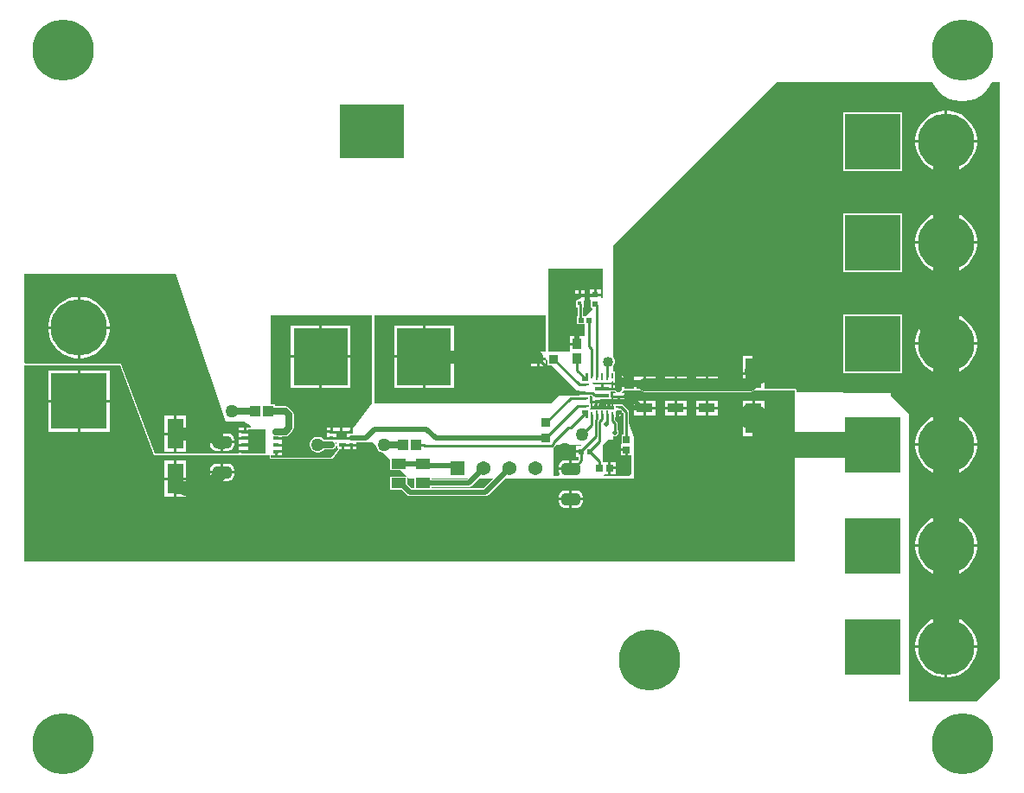
<source format=gtl>
G04*
G04 #@! TF.GenerationSoftware,Altium Limited,Altium Designer,22.0.2 (36)*
G04*
G04 Layer_Physical_Order=1*
G04 Layer_Color=255*
%FSLAX25Y25*%
%MOIN*%
G70*
G04*
G04 #@! TF.SameCoordinates,2399AC83-C245-47A7-85CA-B2C80BF99C82*
G04*
G04*
G04 #@! TF.FilePolarity,Positive*
G04*
G01*
G75*
%ADD10C,0.01000*%
%ADD19R,0.02205X0.02047*%
%ADD20R,0.01772X0.01772*%
%ADD21R,0.02362X0.02008*%
%ADD22R,0.03661X0.03740*%
%ADD23R,0.02008X0.02362*%
%ADD24R,0.02559X0.02559*%
%ADD25R,0.06127X0.03765*%
%ADD26R,0.20984X0.22008*%
%ADD27R,0.25000X0.20787*%
%ADD28R,0.06299X0.11811*%
G04:AMPARAMS|DCode=29|XSize=71.65mil|YSize=45.28mil|CornerRadius=12.22mil|HoleSize=0mil|Usage=FLASHONLY|Rotation=0.000|XOffset=0mil|YOffset=0mil|HoleType=Round|Shape=RoundedRectangle|*
%AMROUNDEDRECTD29*
21,1,0.07165,0.02083,0,0,0.0*
21,1,0.04720,0.04528,0,0,0.0*
1,1,0.02445,0.02360,-0.01041*
1,1,0.02445,-0.02360,-0.01041*
1,1,0.02445,-0.02360,0.01041*
1,1,0.02445,0.02360,0.01041*
%
%ADD29ROUNDEDRECTD29*%
%ADD30R,0.02559X0.02559*%
%ADD31R,0.03661X0.03976*%
%ADD32R,0.05544X0.03963*%
%ADD33R,0.05610X0.01476*%
%ADD34R,0.02657X0.00984*%
%ADD35R,0.02362X0.00984*%
%ADD36C,0.01308*%
%ADD37R,0.00984X0.02362*%
%ADD38R,0.00984X0.02854*%
%ADD39C,0.01019*%
%ADD40R,0.02461X0.00984*%
%ADD41C,0.01141*%
%ADD42C,0.01206*%
%ADD43R,0.02362X0.01181*%
%ADD44R,0.02500X0.01181*%
%ADD45R,0.06988X0.09646*%
%ADD46R,0.04331X0.03937*%
%ADD47R,0.01772X0.01181*%
%ADD48R,0.03740X0.03661*%
%ADD80R,0.02953X0.01181*%
%ADD81R,0.03937X0.03740*%
%ADD82C,0.05000*%
%ADD83C,0.10000*%
%ADD84C,0.02500*%
%ADD85C,0.02000*%
%ADD86C,0.23622*%
%ADD87C,0.21717*%
%ADD88R,0.21717X0.21717*%
%ADD89R,0.21717X0.21717*%
%ADD90C,0.05394*%
%ADD91R,0.05394X0.05394*%
%ADD92C,0.05000*%
%ADD93C,0.02500*%
%ADD94C,0.02000*%
%ADD95C,0.04000*%
%ADD96C,0.01500*%
G36*
X397071Y79000D02*
X388071Y70000D01*
X362071D01*
Y181000D01*
X355071Y188000D01*
Y189000D01*
X318612Y189159D01*
Y190000D01*
X318454Y190383D01*
X318071Y190541D01*
X306163D01*
Y195909D01*
X302013D01*
X297864D01*
Y189889D01*
X288134D01*
Y191874D01*
X284071D01*
X280007D01*
Y189889D01*
X276134D01*
Y191846D01*
X272071D01*
X268007D01*
Y189889D01*
X264134D01*
Y191874D01*
X260071D01*
X256007D01*
Y190541D01*
X252301D01*
Y190911D01*
Y191903D01*
X250071D01*
X247840D01*
Y190911D01*
Y189956D01*
X247429D01*
Y192173D01*
X244124D01*
Y190435D01*
X243124D01*
Y192173D01*
X240189D01*
X240071Y193000D01*
X247071D01*
X247840Y193770D01*
Y192903D01*
X250071D01*
X252301D01*
Y193895D01*
X252137D01*
X252158Y193946D01*
X251166D01*
X251100Y193880D01*
X249230D01*
X249215Y193895D01*
X248553D01*
Y197136D01*
X248071D01*
Y199464D01*
X248190Y199584D01*
X248571Y200503D01*
Y201497D01*
X248190Y202416D01*
X248071Y202536D01*
Y246000D01*
X311071Y309000D01*
X371056D01*
X371919Y307305D01*
X373059Y305737D01*
X374429Y304367D01*
X375996Y303228D01*
X377723Y302348D01*
X379566Y301749D01*
X381480Y301446D01*
X383418D01*
X385332Y301749D01*
X387175Y302348D01*
X388901Y303228D01*
X390469Y304367D01*
X391839Y305737D01*
X392978Y307305D01*
X393842Y309000D01*
X397071D01*
Y79000D01*
D02*
G37*
G36*
X244071Y226000D02*
X243720Y225599D01*
X243252Y225775D01*
Y226252D01*
X241071D01*
X238890D01*
Y224748D01*
X239390D01*
Y221744D01*
X239742D01*
X239949Y221289D01*
X237529Y218524D01*
X236323D01*
Y222039D01*
X236457D01*
Y224689D01*
X236957D01*
Y226075D01*
X233185D01*
Y224689D01*
X233685D01*
Y222039D01*
X234283D01*
Y218524D01*
X233933D01*
Y215476D01*
X237071D01*
Y211209D01*
X236901Y210780D01*
X234571D01*
Y207791D01*
X234071D01*
Y207291D01*
X231240D01*
Y205000D01*
X223071D01*
Y237000D01*
X244071D01*
Y226000D01*
D02*
G37*
G36*
X238014Y196636D02*
X238211Y196439D01*
Y193781D01*
X238014Y193584D01*
X236144Y193584D01*
X235947Y193781D01*
X235947Y194962D01*
X236144Y195159D01*
X237325D01*
Y196439D01*
X237522Y196636D01*
X238014D01*
Y196636D01*
D02*
G37*
G36*
X240319Y189821D02*
X240199Y189900D01*
X239809Y189978D01*
X239071D01*
Y190000D01*
X240319D01*
Y189821D01*
D02*
G37*
G36*
X222071Y202000D02*
X222606Y201465D01*
Y199669D01*
X224401D01*
X234071Y190000D01*
X234947D01*
Y189458D01*
X237128D01*
Y188458D01*
X234947D01*
Y188010D01*
X231616D01*
X231568Y188000D01*
X227071D01*
X224071Y185000D01*
X156071D01*
Y219000D01*
X222071D01*
Y202000D01*
D02*
G37*
G36*
X238211Y182167D02*
Y179510D01*
X238014Y179313D01*
X237522D01*
X237325Y179510D01*
Y180789D01*
X236144D01*
X235947Y180986D01*
X235947Y182167D01*
X236144Y182364D01*
X238014D01*
X238211Y182167D01*
D02*
G37*
G36*
X154981Y185000D02*
X148007Y175591D01*
X147571D01*
Y174000D01*
X146571D01*
Y175591D01*
X143732D01*
Y172721D01*
X142732D01*
Y175591D01*
X139894D01*
Y174000D01*
X139394D01*
Y173500D01*
X137508D01*
Y171941D01*
X139394D01*
Y170941D01*
X137508D01*
Y170784D01*
X136505D01*
X136471Y170842D01*
X135913Y171401D01*
X135229Y171796D01*
X134466Y172000D01*
X133676D01*
X132913Y171796D01*
X132229Y171401D01*
X131670Y170842D01*
X131275Y170158D01*
X131071Y169395D01*
Y168605D01*
X131275Y167842D01*
X131670Y167158D01*
X132229Y166599D01*
X132913Y166204D01*
X133676Y166000D01*
X134466D01*
X135229Y166204D01*
X135913Y166599D01*
X136471Y167158D01*
X136505Y167216D01*
X138800D01*
X139394Y167098D01*
X140076Y167233D01*
X140655Y167620D01*
X140770Y167791D01*
X140779D01*
Y167806D01*
X141042Y168199D01*
X141130Y168640D01*
X141630Y168591D01*
Y167791D01*
X141671D01*
X141895Y167345D01*
X139416Y164000D01*
X115981D01*
Y164732D01*
X117571D01*
Y166323D01*
X118071D01*
Y166823D01*
X120252D01*
Y167291D01*
Y168382D01*
X118071D01*
Y169382D01*
X120252D01*
Y170941D01*
X118071D01*
Y171941D01*
X120252D01*
Y172216D01*
X121606D01*
X122289Y172352D01*
X122868Y172738D01*
X124332Y174203D01*
X124332Y174203D01*
X124719Y174782D01*
X124855Y175464D01*
Y180535D01*
X124719Y181218D01*
X124332Y181797D01*
X124332Y181797D01*
X122868Y183262D01*
X122289Y183649D01*
X121606Y183784D01*
X117736D01*
Y184468D01*
X115981D01*
Y218782D01*
X154981D01*
Y185000D01*
D02*
G37*
G36*
X141130Y169163D02*
X141122Y169160D01*
X141042Y169565D01*
X140779Y169958D01*
Y169972D01*
X140770D01*
X140751Y170000D01*
X141130D01*
Y169163D01*
D02*
G37*
G36*
X98676Y177933D02*
X105676D01*
X108261Y176210D01*
X108241Y175622D01*
X108185Y175591D01*
X106435D01*
Y174000D01*
X105935D01*
Y173500D01*
X103685D01*
Y172409D01*
Y171941D01*
X105935D01*
Y170941D01*
X103685D01*
Y169850D01*
Y169382D01*
X105935D01*
Y168382D01*
X103685D01*
Y166823D01*
X105935D01*
Y165823D01*
X103685D01*
Y165541D01*
X71373D01*
X58275Y199892D01*
X58196Y199975D01*
X58152Y200081D01*
X58060Y200120D01*
X57991Y200193D01*
X57876Y200196D01*
X57770Y200240D01*
X21500D01*
X21000Y200740D01*
X21000Y235000D01*
X79333D01*
X98676Y177933D01*
D02*
G37*
G36*
X235793Y168500D02*
X235746Y168429D01*
X233567D01*
Y166748D01*
X235571D01*
Y165748D01*
X233567D01*
Y164067D01*
X234551D01*
Y163294D01*
X234146Y162941D01*
X233931Y162984D01*
X232071D01*
Y159676D01*
X231571D01*
Y159176D01*
X226945D01*
Y158635D01*
X227117Y157768D01*
X227296Y157500D01*
X227029Y157000D01*
X225071D01*
Y163000D01*
X224834Y167868D01*
X225037Y168003D01*
X225623Y168589D01*
X225844Y168920D01*
X225859Y169000D01*
X235526D01*
X235793Y168500D01*
D02*
G37*
G36*
X251297Y181872D02*
Y180983D01*
X251706Y181110D01*
X251804Y181106D01*
X252051Y180917D01*
Y172748D01*
X251291D01*
Y169311D01*
X250791D01*
Y167532D01*
X253071D01*
Y167032D01*
X253571D01*
Y164752D01*
X255071D01*
Y158000D01*
X254071Y157000D01*
X244427D01*
X244310Y157220D01*
X244610Y157720D01*
X246039D01*
Y160000D01*
Y162279D01*
X244260D01*
X244071Y162701D01*
Y169000D01*
X246071Y171000D01*
X248071D01*
Y172067D01*
X248272Y172202D01*
X248869D01*
X249420Y172430D01*
X249843Y172852D01*
X250071Y173403D01*
Y174000D01*
X249843Y174551D01*
X249590Y174803D01*
Y177206D01*
X249513Y177596D01*
X249292Y177927D01*
X248588Y178630D01*
Y179713D01*
X249033Y179973D01*
Y181872D01*
X249230Y182069D01*
X251100D01*
X251297Y181872D01*
D02*
G37*
G36*
X191908Y156000D02*
X191539Y155631D01*
X177845D01*
Y156000D01*
X191908Y156000D01*
D02*
G37*
G36*
X201908D02*
X198057Y152150D01*
X177845D01*
Y152572D01*
X192172D01*
X192758Y152689D01*
X193254Y153020D01*
X196234Y156000D01*
X201908D01*
D02*
G37*
G36*
X169071Y156000D02*
X171301D01*
Y152150D01*
X170178D01*
X168544Y153783D01*
Y156527D01*
X169071Y156000D01*
D02*
G37*
G36*
X71000Y165000D02*
X106685D01*
Y164839D01*
X114673D01*
Y165000D01*
X115551D01*
X115440Y164732D01*
Y164000D01*
X115598Y163617D01*
X115981Y163459D01*
X139416D01*
X139455Y163475D01*
X139496Y163465D01*
X139642Y163552D01*
X139799Y163617D01*
X139815Y163656D01*
X139851Y163678D01*
X142330Y167023D01*
X142352Y167108D01*
X142409Y167175D01*
X142401Y167291D01*
X143106D01*
Y168882D01*
X144106D01*
Y167291D01*
X146083D01*
Y167291D01*
X146571D01*
Y168882D01*
X147071D01*
Y169382D01*
X148957D01*
Y169912D01*
X152512D01*
X152956Y170000D01*
X155071D01*
X156549Y168522D01*
X156589Y168217D01*
X156891Y167487D01*
X157372Y166860D01*
X157999Y166379D01*
X158729Y166077D01*
X159034Y166037D01*
X162000Y163071D01*
Y159107D01*
X165964D01*
X168488Y156583D01*
X162000D01*
Y151620D01*
X166381D01*
X168463Y149539D01*
X168959Y149207D01*
X169544Y149091D01*
X198691D01*
X199276Y149207D01*
X199773Y149539D01*
X206234Y156000D01*
X256071Y156000D01*
Y172000D01*
X254090Y177195D01*
Y181512D01*
X254013Y181903D01*
X253792Y182233D01*
X252004Y184021D01*
X252301D01*
Y185013D01*
X250071D01*
X247840D01*
Y184021D01*
X248341D01*
Y182553D01*
X248599D01*
X248581Y182525D01*
X246585D01*
Y182667D01*
X240663D01*
Y182525D01*
X239071D01*
Y182848D01*
X239104D01*
Y184832D01*
X239071D01*
Y187939D01*
X239387D01*
X239834Y187491D01*
X240165Y187270D01*
X240259Y187252D01*
X239819D01*
Y186014D01*
X243624D01*
X247429D01*
Y187252D01*
X246929D01*
Y189197D01*
Y189415D01*
X248647D01*
X248809Y189173D01*
X249107Y188974D01*
X247840D01*
Y187982D01*
X250071D01*
X252301D01*
Y188974D01*
X251035D01*
X251332Y189173D01*
X251513Y189443D01*
X251801D01*
Y190000D01*
X256507D01*
Y189992D01*
X258247D01*
X258558Y189753D01*
X259288Y189451D01*
X260071Y189348D01*
X300734D01*
X301517Y189451D01*
X302247Y189753D01*
X302568Y190000D01*
X318071D01*
Y124000D01*
X21000D01*
X21000Y199699D01*
X57770D01*
X71000Y165000D01*
D02*
G37*
%LPC*%
G36*
X377177Y297858D02*
X376744D01*
Y286500D01*
X388102D01*
Y286933D01*
X387810Y288777D01*
X387233Y290552D01*
X386386Y292215D01*
X385289Y293725D01*
X383969Y295045D01*
X382459Y296142D01*
X380796Y296989D01*
X379021Y297566D01*
X377177Y297858D01*
D02*
G37*
G36*
X375744D02*
X375311D01*
X373467Y297566D01*
X371692Y296989D01*
X370029Y296142D01*
X368519Y295045D01*
X367199Y293725D01*
X366102Y292215D01*
X365255Y290552D01*
X364678Y288777D01*
X364386Y286933D01*
Y286500D01*
X375744D01*
Y297858D01*
D02*
G37*
G36*
X359256Y297358D02*
X336539D01*
Y274642D01*
X359256D01*
Y297358D01*
D02*
G37*
G36*
X388102Y285500D02*
X376744D01*
Y274142D01*
X377177D01*
X379021Y274434D01*
X380796Y275010D01*
X382459Y275858D01*
X383969Y276955D01*
X385289Y278275D01*
X386386Y279785D01*
X387233Y281448D01*
X387810Y283223D01*
X388102Y285067D01*
Y285500D01*
D02*
G37*
G36*
X375744D02*
X364386D01*
Y285067D01*
X364678Y283223D01*
X365255Y281448D01*
X366102Y279785D01*
X367199Y278275D01*
X368519Y276955D01*
X370029Y275858D01*
X371692Y275010D01*
X373467Y274434D01*
X375311Y274142D01*
X375744D01*
Y285500D01*
D02*
G37*
G36*
X377177Y258858D02*
X376744D01*
Y247500D01*
X388102D01*
Y247933D01*
X387810Y249777D01*
X387233Y251552D01*
X386386Y253215D01*
X385289Y254725D01*
X383969Y256045D01*
X382459Y257142D01*
X380796Y257990D01*
X379021Y258566D01*
X377177Y258858D01*
D02*
G37*
G36*
X375744D02*
X375311D01*
X373467Y258566D01*
X371692Y257990D01*
X370029Y257142D01*
X368519Y256045D01*
X367199Y254725D01*
X366102Y253215D01*
X365255Y251552D01*
X364678Y249777D01*
X364386Y247933D01*
Y247500D01*
X375744D01*
Y258858D01*
D02*
G37*
G36*
X359256Y258358D02*
X336539D01*
Y235642D01*
X359256D01*
Y258358D01*
D02*
G37*
G36*
X388102Y246500D02*
X376744D01*
Y235142D01*
X377177D01*
X379021Y235434D01*
X380796Y236011D01*
X382459Y236858D01*
X383969Y237955D01*
X385289Y239275D01*
X386386Y240785D01*
X387233Y242448D01*
X387810Y244223D01*
X388102Y246067D01*
Y246500D01*
D02*
G37*
G36*
X375744D02*
X364386D01*
Y246067D01*
X364678Y244223D01*
X365255Y242448D01*
X366102Y240785D01*
X367199Y239275D01*
X368519Y237955D01*
X370029Y236858D01*
X371692Y236011D01*
X373467Y235434D01*
X375311Y235142D01*
X375744D01*
Y246500D01*
D02*
G37*
G36*
X377177Y219858D02*
X376744D01*
Y208500D01*
X388102D01*
Y208933D01*
X387810Y210777D01*
X387233Y212552D01*
X386386Y214215D01*
X385289Y215725D01*
X383969Y217045D01*
X382459Y218142D01*
X380796Y218989D01*
X379021Y219566D01*
X377177Y219858D01*
D02*
G37*
G36*
X375744D02*
X375311D01*
X373467Y219566D01*
X371692Y218989D01*
X370029Y218142D01*
X368519Y217045D01*
X367199Y215725D01*
X366102Y214215D01*
X365255Y212552D01*
X364678Y210777D01*
X364386Y208933D01*
Y208500D01*
X375744D01*
Y219858D01*
D02*
G37*
G36*
X306163Y203315D02*
X302513D01*
Y196909D01*
X306163D01*
Y203315D01*
D02*
G37*
G36*
X301513D02*
X297864D01*
Y196909D01*
X301513D01*
Y203315D01*
D02*
G37*
G36*
X359256Y219358D02*
X336539D01*
Y196642D01*
X359256D01*
Y219358D01*
D02*
G37*
G36*
X388102Y207500D02*
X376744D01*
Y196142D01*
X377177D01*
X379021Y196434D01*
X380796Y197011D01*
X382459Y197858D01*
X383969Y198955D01*
X385289Y200275D01*
X386386Y201785D01*
X387233Y203448D01*
X387810Y205223D01*
X388102Y207067D01*
Y207500D01*
D02*
G37*
G36*
X375744D02*
X364386D01*
Y207067D01*
X364678Y205223D01*
X365255Y203448D01*
X366102Y201785D01*
X367199Y200275D01*
X368519Y198955D01*
X370029Y197858D01*
X371692Y197011D01*
X373467Y196434D01*
X375311Y196142D01*
X375744D01*
Y207500D01*
D02*
G37*
G36*
X250231Y195872D02*
X249919Y195743D01*
Y195258D01*
X250231D01*
Y195872D01*
D02*
G37*
G36*
X251231D02*
Y195127D01*
X251297Y195061D01*
Y194946D01*
X252158D01*
X252011Y195301D01*
X251586Y195725D01*
X251231Y195872D01*
D02*
G37*
G36*
X288134Y195256D02*
X284571D01*
Y192874D01*
X288134D01*
Y195256D01*
D02*
G37*
G36*
X264134D02*
X260571D01*
Y192874D01*
X264134D01*
Y195256D01*
D02*
G37*
G36*
X283571D02*
X280007D01*
Y192874D01*
X283571D01*
Y195256D01*
D02*
G37*
G36*
X259571D02*
X256007D01*
Y192874D01*
X259571D01*
Y195256D01*
D02*
G37*
G36*
X276134Y195229D02*
X272571D01*
Y192846D01*
X276134D01*
Y195229D01*
D02*
G37*
G36*
X271571D02*
X268007D01*
Y192846D01*
X271571D01*
Y195229D01*
D02*
G37*
G36*
X377177Y180858D02*
X376744D01*
Y169500D01*
X388102D01*
Y169933D01*
X387810Y171777D01*
X387233Y173552D01*
X386386Y175215D01*
X385289Y176725D01*
X383969Y178045D01*
X382459Y179142D01*
X380796Y179990D01*
X379021Y180566D01*
X377177Y180858D01*
D02*
G37*
G36*
X375744D02*
X375311D01*
X373467Y180566D01*
X371692Y179990D01*
X370029Y179142D01*
X368519Y178045D01*
X367199Y176725D01*
X366102Y175215D01*
X365255Y173552D01*
X364678Y171777D01*
X364386Y169933D01*
Y169500D01*
X375744D01*
Y180858D01*
D02*
G37*
G36*
X388102Y168500D02*
X376744D01*
Y157142D01*
X377177D01*
X379021Y157434D01*
X380796Y158010D01*
X382459Y158858D01*
X383969Y159955D01*
X385289Y161275D01*
X386386Y162785D01*
X387233Y164448D01*
X387810Y166223D01*
X388102Y168067D01*
Y168500D01*
D02*
G37*
G36*
X375744D02*
X364386D01*
Y168067D01*
X364678Y166223D01*
X365255Y164448D01*
X366102Y162785D01*
X367199Y161275D01*
X368519Y159955D01*
X370029Y158858D01*
X371692Y158010D01*
X373467Y157434D01*
X375311Y157142D01*
X375744D01*
Y168500D01*
D02*
G37*
G36*
X377177Y141858D02*
X376744D01*
Y130500D01*
X388102D01*
Y130933D01*
X387810Y132777D01*
X387233Y134552D01*
X386386Y136215D01*
X385289Y137725D01*
X383969Y139045D01*
X382459Y140142D01*
X380796Y140989D01*
X379021Y141566D01*
X377177Y141858D01*
D02*
G37*
G36*
X375744D02*
X375311D01*
X373467Y141566D01*
X371692Y140989D01*
X370029Y140142D01*
X368519Y139045D01*
X367199Y137725D01*
X366102Y136215D01*
X365255Y134552D01*
X364678Y132777D01*
X364386Y130933D01*
Y130500D01*
X375744D01*
Y141858D01*
D02*
G37*
G36*
X388102Y129500D02*
X376744D01*
Y118142D01*
X377177D01*
X379021Y118434D01*
X380796Y119010D01*
X382459Y119858D01*
X383969Y120955D01*
X385289Y122275D01*
X386386Y123785D01*
X387233Y125448D01*
X387810Y127223D01*
X388102Y129067D01*
Y129500D01*
D02*
G37*
G36*
X375744D02*
X364386D01*
Y129067D01*
X364678Y127223D01*
X365255Y125448D01*
X366102Y123785D01*
X367199Y122275D01*
X368519Y120955D01*
X370029Y119858D01*
X371692Y119010D01*
X373467Y118434D01*
X375311Y118142D01*
X375744D01*
Y129500D01*
D02*
G37*
G36*
X377177Y102858D02*
X376744D01*
Y91500D01*
X388102D01*
Y91933D01*
X387810Y93777D01*
X387233Y95552D01*
X386386Y97215D01*
X385289Y98725D01*
X383969Y100045D01*
X382459Y101142D01*
X380796Y101989D01*
X379021Y102566D01*
X377177Y102858D01*
D02*
G37*
G36*
X375744D02*
X375311D01*
X373467Y102566D01*
X371692Y101989D01*
X370029Y101142D01*
X368519Y100045D01*
X367199Y98725D01*
X366102Y97215D01*
X365255Y95552D01*
X364678Y93777D01*
X364386Y91933D01*
Y91500D01*
X375744D01*
Y102858D01*
D02*
G37*
G36*
X388102Y90500D02*
X376744D01*
Y79142D01*
X377177D01*
X379021Y79434D01*
X380796Y80010D01*
X382459Y80858D01*
X383969Y81955D01*
X385289Y83275D01*
X386386Y84785D01*
X387233Y86448D01*
X387810Y88223D01*
X388102Y90067D01*
Y90500D01*
D02*
G37*
G36*
X375744D02*
X364386D01*
Y90067D01*
X364678Y88223D01*
X365255Y86448D01*
X366102Y84785D01*
X367199Y83275D01*
X368519Y81955D01*
X370029Y80858D01*
X371692Y80010D01*
X373467Y79434D01*
X375311Y79142D01*
X375744D01*
Y90500D01*
D02*
G37*
G36*
X243252Y228756D02*
X241571D01*
Y227252D01*
X243252D01*
Y228756D01*
D02*
G37*
G36*
X240571D02*
X238890D01*
Y227252D01*
X240571D01*
Y228756D01*
D02*
G37*
G36*
X236957Y228461D02*
X235571D01*
Y227075D01*
X236957D01*
Y228461D01*
D02*
G37*
G36*
X234571D02*
X233185D01*
Y227075D01*
X234571D01*
Y228461D01*
D02*
G37*
G36*
X233571Y210780D02*
X231240D01*
Y208291D01*
X233571D01*
Y210780D01*
D02*
G37*
G36*
X186563Y215004D02*
X175571D01*
Y203500D01*
X186563D01*
Y215004D01*
D02*
G37*
G36*
X174571D02*
X163579D01*
Y203500D01*
X174571D01*
Y215004D01*
D02*
G37*
G36*
X222035Y204831D02*
X219665D01*
Y202500D01*
X222035D01*
Y204831D01*
D02*
G37*
G36*
X218665D02*
X216295D01*
Y202500D01*
X218665D01*
Y204831D01*
D02*
G37*
G36*
X222035Y201500D02*
X219665D01*
Y199169D01*
X222035D01*
Y201500D01*
D02*
G37*
G36*
X218665D02*
X216295D01*
Y199169D01*
X218665D01*
Y201500D01*
D02*
G37*
G36*
X186563Y202500D02*
X175571D01*
Y190996D01*
X186563D01*
Y202500D01*
D02*
G37*
G36*
X174571D02*
X163579D01*
Y190996D01*
X174571D01*
Y202500D01*
D02*
G37*
G36*
X146602Y215004D02*
X135610D01*
Y203500D01*
X146602D01*
Y215004D01*
D02*
G37*
G36*
X134610D02*
X123618D01*
Y203500D01*
X134610D01*
Y215004D01*
D02*
G37*
G36*
X146602Y202500D02*
X135610D01*
Y190996D01*
X146602D01*
Y202500D01*
D02*
G37*
G36*
X134610D02*
X123618D01*
Y190996D01*
X134610D01*
Y202500D01*
D02*
G37*
G36*
X138894Y175591D02*
X137508D01*
Y174500D01*
X138894D01*
Y175591D01*
D02*
G37*
G36*
X120252Y165823D02*
X118571D01*
Y164732D01*
X120252D01*
Y165823D01*
D02*
G37*
G36*
X42933Y226031D02*
X42500D01*
Y214673D01*
X53858D01*
Y215107D01*
X53566Y216950D01*
X52990Y218725D01*
X52142Y220388D01*
X51045Y221898D01*
X49725Y223218D01*
X48215Y224315D01*
X46552Y225163D01*
X44777Y225740D01*
X42933Y226031D01*
D02*
G37*
G36*
X41500D02*
X41067D01*
X39223Y225740D01*
X37448Y225163D01*
X35785Y224315D01*
X34275Y223218D01*
X32955Y221898D01*
X31858Y220388D01*
X31010Y218725D01*
X30434Y216950D01*
X30142Y215107D01*
Y214673D01*
X41500D01*
Y226031D01*
D02*
G37*
G36*
X53858Y213673D02*
X42500D01*
Y202315D01*
X42933D01*
X44777Y202607D01*
X46552Y203184D01*
X48215Y204031D01*
X49725Y205128D01*
X51045Y206448D01*
X52142Y207958D01*
X52990Y209621D01*
X53566Y211396D01*
X53858Y213240D01*
Y213673D01*
D02*
G37*
G36*
X41500D02*
X30142D01*
Y213240D01*
X30434Y211396D01*
X31010Y209621D01*
X31858Y207958D01*
X32955Y206448D01*
X34275Y205128D01*
X35785Y204031D01*
X37448Y203184D01*
X39223Y202607D01*
X41067Y202315D01*
X41500D01*
Y213673D01*
D02*
G37*
G36*
X105435Y175591D02*
X103685D01*
Y174500D01*
X105435D01*
Y175591D01*
D02*
G37*
G36*
X83290Y180067D02*
X79641D01*
Y173661D01*
X83290D01*
Y180067D01*
D02*
G37*
G36*
X78641D02*
X74991D01*
Y173661D01*
X78641D01*
Y180067D01*
D02*
G37*
G36*
X99501Y173307D02*
X97641D01*
Y170500D01*
X101767D01*
Y171041D01*
X101594Y171908D01*
X101103Y172644D01*
X100368Y173135D01*
X99501Y173307D01*
D02*
G37*
G36*
X96641D02*
X94780D01*
X93913Y173135D01*
X93178Y172644D01*
X92687Y171908D01*
X92514Y171041D01*
Y170500D01*
X96641D01*
Y173307D01*
D02*
G37*
G36*
X101767Y169500D02*
X97641D01*
Y166693D01*
X99501D01*
X100368Y166865D01*
X101103Y167356D01*
X101594Y168091D01*
X101767Y168959D01*
Y169500D01*
D02*
G37*
G36*
X96641D02*
X92514D01*
Y168959D01*
X92687Y168091D01*
X93178Y167356D01*
X93913Y166865D01*
X94780Y166693D01*
X96641D01*
Y169500D01*
D02*
G37*
G36*
X83290Y172661D02*
X79641D01*
Y166256D01*
X83290D01*
Y172661D01*
D02*
G37*
G36*
X78641D02*
X74991D01*
Y166256D01*
X78641D01*
Y172661D01*
D02*
G37*
G36*
X231071Y162984D02*
X229211D01*
X228343Y162811D01*
X227608Y162320D01*
X227117Y161585D01*
X226945Y160717D01*
Y160176D01*
X231071D01*
Y162984D01*
D02*
G37*
G36*
X251155Y180745D02*
X251100Y180691D01*
X250241D01*
Y179943D01*
X250630Y180104D01*
X251072Y180546D01*
X251155Y180745D01*
D02*
G37*
G36*
X252571Y166532D02*
X250791D01*
Y164752D01*
X252571D01*
Y166532D01*
D02*
G37*
G36*
X247039Y162279D02*
Y160500D01*
X248819D01*
Y162279D01*
X247039D01*
D02*
G37*
G36*
X248819Y159500D02*
X247039D01*
Y157720D01*
X248819D01*
Y159500D01*
D02*
G37*
G36*
X53858Y197685D02*
X42500D01*
Y186327D01*
X53858D01*
Y197685D01*
D02*
G37*
G36*
X41500D02*
X30142D01*
Y186327D01*
X41500D01*
Y197685D01*
D02*
G37*
G36*
X252301Y186982D02*
X250071D01*
X247840D01*
Y186013D01*
X250071D01*
X252301D01*
Y186982D01*
D02*
G37*
G36*
X247429Y185014D02*
X244124D01*
Y183775D01*
X247429D01*
Y185014D01*
D02*
G37*
G36*
X243124D02*
X239819D01*
Y183775D01*
X243124D01*
Y185014D01*
D02*
G37*
G36*
X288134Y186004D02*
X284571D01*
Y183622D01*
X288134D01*
Y186004D01*
D02*
G37*
G36*
X264134D02*
X260571D01*
Y183622D01*
X264134D01*
Y186004D01*
D02*
G37*
G36*
X283571D02*
X280007D01*
Y183622D01*
X283571D01*
Y186004D01*
D02*
G37*
G36*
X259571D02*
X256007D01*
Y183622D01*
X259571D01*
Y186004D01*
D02*
G37*
G36*
X276134Y185977D02*
X272571D01*
Y183595D01*
X276134D01*
Y185977D01*
D02*
G37*
G36*
X271571D02*
X268007D01*
Y183595D01*
X271571D01*
Y185977D01*
D02*
G37*
G36*
X288134Y182622D02*
X284571D01*
Y180240D01*
X288134D01*
Y182622D01*
D02*
G37*
G36*
X283571D02*
X280007D01*
Y180240D01*
X283571D01*
Y182622D01*
D02*
G37*
G36*
X264134D02*
X260571D01*
Y180240D01*
X264134D01*
Y182622D01*
D02*
G37*
G36*
X259571D02*
X256007D01*
Y180240D01*
X259571D01*
Y182622D01*
D02*
G37*
G36*
X276134Y182595D02*
X272571D01*
Y180212D01*
X276134D01*
Y182595D01*
D02*
G37*
G36*
X271571D02*
X268007D01*
Y180212D01*
X271571D01*
Y182595D01*
D02*
G37*
G36*
X306163Y185992D02*
X302513D01*
Y179587D01*
X306163D01*
Y185992D01*
D02*
G37*
G36*
X301513D02*
X297864D01*
Y179587D01*
X301513D01*
Y185992D01*
D02*
G37*
G36*
X53858Y185327D02*
X42500D01*
Y173969D01*
X53858D01*
Y185327D01*
D02*
G37*
G36*
X41500D02*
X30142D01*
Y173969D01*
X41500D01*
Y185327D01*
D02*
G37*
G36*
X306163Y178587D02*
X302513D01*
Y172181D01*
X306163D01*
Y178587D01*
D02*
G37*
G36*
X301513D02*
X297864D01*
Y172181D01*
X301513D01*
Y178587D01*
D02*
G37*
G36*
X148957Y168382D02*
X147571D01*
Y167291D01*
X148957D01*
Y168382D01*
D02*
G37*
G36*
X99501Y161614D02*
X97641D01*
Y158807D01*
X101767D01*
Y159348D01*
X101594Y160216D01*
X101103Y160951D01*
X100368Y161442D01*
X99501Y161614D01*
D02*
G37*
G36*
X96641D02*
X94780D01*
X93913Y161442D01*
X93178Y160951D01*
X92687Y160216D01*
X92514Y159348D01*
Y158807D01*
X96641D01*
Y161614D01*
D02*
G37*
G36*
X83290Y162744D02*
X79641D01*
Y156339D01*
X83290D01*
Y162744D01*
D02*
G37*
G36*
X78641D02*
X74991D01*
Y156339D01*
X78641D01*
Y162744D01*
D02*
G37*
G36*
X101767Y157807D02*
X97641D01*
Y155000D01*
X99501D01*
X100368Y155172D01*
X101103Y155663D01*
X101594Y156399D01*
X101767Y157266D01*
Y157807D01*
D02*
G37*
G36*
X96641D02*
X92514D01*
Y157266D01*
X92687Y156399D01*
X93178Y155663D01*
X93913Y155172D01*
X94780Y155000D01*
X96641D01*
Y157807D01*
D02*
G37*
G36*
X83290Y155339D02*
X79641D01*
Y148933D01*
X83290D01*
Y155339D01*
D02*
G37*
G36*
X78641D02*
X74991D01*
Y148933D01*
X78641D01*
Y155339D01*
D02*
G37*
G36*
X233931Y151291D02*
X232071D01*
Y148483D01*
X236197D01*
Y149025D01*
X236024Y149892D01*
X235533Y150627D01*
X234798Y151118D01*
X233931Y151291D01*
D02*
G37*
G36*
X231071D02*
X229211D01*
X228343Y151118D01*
X227608Y150627D01*
X227117Y149892D01*
X226945Y149025D01*
Y148483D01*
X231071D01*
Y151291D01*
D02*
G37*
G36*
X236197Y147483D02*
X232071D01*
Y144676D01*
X233931D01*
X234798Y144848D01*
X235533Y145340D01*
X236024Y146075D01*
X236197Y146942D01*
Y147483D01*
D02*
G37*
G36*
X231071D02*
X226945D01*
Y146942D01*
X227117Y146075D01*
X227608Y145340D01*
X228343Y144848D01*
X229211Y144676D01*
X231071D01*
Y147483D01*
D02*
G37*
%LPD*%
D10*
X242741Y178035D02*
X243616Y178911D01*
X241648Y180732D02*
X241655Y180740D01*
X241648Y179064D02*
Y180732D01*
X241241Y178657D02*
X241648Y179064D01*
X241241Y172095D02*
Y178657D01*
X242741Y170091D02*
Y178035D01*
X250157Y192403D02*
X250165Y192411D01*
X250071Y195106D02*
X250165Y195012D01*
Y192411D02*
Y195012D01*
X249919Y195258D02*
X250071Y195106D01*
X253553Y187482D02*
X254071Y188000D01*
X252955Y185513D02*
X255346Y183122D01*
X250071Y187482D02*
X253553D01*
X250079Y183537D02*
X251046D01*
X251946Y185513D02*
X252955D01*
X250071D02*
Y185545D01*
Y187482D01*
Y185513D02*
X251946D01*
X250071Y183545D02*
X250079Y183537D01*
X244571Y184000D02*
Y185275D01*
X244333Y185513D02*
X244571Y185275D01*
X245929Y184444D02*
Y185275D01*
X243616Y180732D02*
X243624Y180740D01*
X243616Y178911D02*
Y180732D01*
X245691Y185513D02*
X245929Y185275D01*
X242904D02*
X243142Y185513D01*
X242904Y184000D02*
Y185275D01*
X244333Y185513D02*
X245691D01*
X243142D02*
X243624D01*
X244333D01*
X253071Y170968D02*
Y181512D01*
X245241Y177271D02*
X245592Y177622D01*
X245241Y177000D02*
Y177271D01*
X247569Y178208D02*
X248571Y177206D01*
Y173702D02*
Y177206D01*
X249741Y180691D02*
Y181435D01*
X241319Y185275D02*
X241557Y185513D01*
X245592Y200522D02*
X246071Y201000D01*
X245592Y195208D02*
Y200522D01*
X243386Y188212D02*
X243624Y187974D01*
X241557Y185513D02*
X243142D01*
X239687Y176616D02*
Y180494D01*
X230732Y175566D02*
X231634D01*
X237503Y181435D01*
X236071Y173000D02*
X239687Y176616D01*
X241237Y184000D02*
X241319Y184081D01*
X234900Y192116D02*
X237268D01*
X234277Y183840D02*
X237276D01*
X239809Y188958D02*
X240555Y188212D01*
X237128Y188958D02*
X239809D01*
X237268Y192116D02*
X237276Y192108D01*
X245592Y177622D02*
Y180740D01*
X245929Y184444D02*
X246237Y184135D01*
X247569Y178208D02*
Y180486D01*
X247561Y180494D02*
X247569Y180486D01*
X246237Y184000D02*
Y184135D01*
X251046Y183537D02*
X253071Y181512D01*
X234071Y197724D02*
Y202209D01*
X232246Y188958D02*
X237128D01*
X237362Y194433D02*
Y194517D01*
X225016Y202000D02*
X234900Y192116D01*
X237238Y194641D02*
X237362Y194517D01*
X234071Y197724D02*
X237362Y194433D01*
X239756Y165567D02*
X242602Y162721D01*
X239075Y166425D02*
X242741Y170091D01*
X239579Y165567D02*
X239756D01*
X239075Y166071D02*
X239579Y165567D01*
X239075Y166071D02*
Y166248D01*
Y166425D01*
X235571D02*
X241241Y172095D01*
X235571Y166248D02*
Y166425D01*
Y162748D02*
Y166248D01*
X240555Y188212D02*
X243386D01*
X243624Y190435D02*
X250071D01*
X245691Y185513D02*
X250071D01*
X241319Y184081D02*
Y185275D01*
X231616Y186990D02*
X237128D01*
X222071Y177445D02*
X231616Y186990D01*
X218205Y203000D02*
X232246Y188958D01*
X218165Y203000D02*
X218205D01*
X224976Y202000D02*
X225016D01*
X143606Y168882D02*
X147071D01*
X143606Y168882D02*
X143606Y168882D01*
X139394Y171441D02*
X147071D01*
X139394Y174000D02*
X147071D01*
X232499Y159676D02*
X235571Y162748D01*
X231571Y159676D02*
X232499D01*
X175071Y169000D02*
X175346Y168724D01*
X172071Y169000D02*
X175071D01*
X175346Y168724D02*
X224316D01*
X242602Y160000D02*
Y162721D01*
X224902Y169735D02*
X230732Y175566D01*
X222071Y171634D02*
X234277Y183840D01*
X222071Y177406D02*
Y177445D01*
Y171595D02*
Y171634D01*
X224902Y169310D02*
Y169735D01*
X224316Y168724D02*
X224902Y169310D01*
X240982Y226663D02*
X241071Y226752D01*
X241151Y223248D02*
X241655Y222744D01*
X241071Y223248D02*
X241151D01*
X239687Y195455D02*
Y205762D01*
X238606Y206842D02*
X239687Y205762D01*
X233279Y207000D02*
X234071Y207791D01*
X238606Y206842D02*
Y217000D01*
X235159Y226663D02*
X240982D01*
X235071Y226575D02*
X235159Y226663D01*
X235071Y223425D02*
X235303Y223193D01*
Y217232D02*
Y223193D01*
Y217232D02*
X235535Y217000D01*
X234071Y207791D02*
Y207949D01*
X241655Y195208D02*
Y222744D01*
D19*
X235535Y217000D02*
D03*
X238606D02*
D03*
D20*
X235071Y223425D02*
D03*
Y226575D02*
D03*
D21*
X241071Y226752D02*
D03*
Y223248D02*
D03*
D22*
X222071Y177406D02*
D03*
Y171595D02*
D03*
D23*
X235571Y166248D02*
D03*
X239075D02*
D03*
D24*
X246539Y160000D02*
D03*
X242602D02*
D03*
D25*
X272071Y192347D02*
D03*
Y183095D02*
D03*
X284071Y192374D02*
D03*
Y183122D02*
D03*
X260071Y192374D02*
D03*
Y183122D02*
D03*
D26*
X175071Y203000D02*
D03*
X135110D02*
D03*
D27*
X155090Y289910D02*
D03*
D28*
X79141Y173161D02*
D03*
Y155839D02*
D03*
X302013Y196409D02*
D03*
Y179087D02*
D03*
D29*
X97141Y170000D02*
D03*
Y158307D02*
D03*
X231571Y159676D02*
D03*
Y147983D02*
D03*
D30*
X253071Y167032D02*
D03*
Y170968D02*
D03*
D31*
X234071Y202209D02*
D03*
Y207791D02*
D03*
D32*
X174573Y161589D02*
D03*
Y154102D02*
D03*
X165272Y161589D02*
D03*
Y154102D02*
D03*
D33*
X243624Y190435D02*
D03*
Y187974D02*
D03*
Y185513D02*
D03*
D34*
X237276Y183840D02*
D03*
Y192108D02*
D03*
D35*
X237128Y186990D02*
D03*
Y188958D02*
D03*
D36*
X237362Y194433D02*
D03*
D37*
X239687Y195455D02*
D03*
X247561D02*
D03*
Y180494D02*
D03*
X239687D02*
D03*
D38*
X241655Y195208D02*
D03*
X243624D02*
D03*
X245592D02*
D03*
Y180740D02*
D03*
X243624D02*
D03*
X241655D02*
D03*
D39*
X250731Y194446D02*
D03*
D40*
X250071Y192403D02*
D03*
Y190435D02*
D03*
Y187482D02*
D03*
Y185513D02*
D03*
Y183545D02*
D03*
D41*
X249741Y181435D02*
D03*
D42*
X237503D02*
D03*
D43*
X118071Y166323D02*
D03*
Y168882D02*
D03*
Y171441D02*
D03*
Y174000D02*
D03*
D44*
X105935D02*
D03*
Y171441D02*
D03*
Y168882D02*
D03*
Y166323D02*
D03*
D45*
X110679Y170161D02*
D03*
D46*
X115071Y182000D02*
D03*
X109953D02*
D03*
X166953Y169000D02*
D03*
X172071D02*
D03*
D47*
X139394Y174000D02*
D03*
Y171441D02*
D03*
Y168882D02*
D03*
X147071D02*
D03*
Y171441D02*
D03*
Y174000D02*
D03*
D48*
X219165Y202000D02*
D03*
X224976D02*
D03*
D80*
X143606Y168882D02*
D03*
D81*
X143232Y172721D02*
D03*
D82*
X79141Y153083D02*
Y155839D01*
X82546Y152433D02*
X82979Y152000D01*
X90834D02*
X96058Y157224D01*
X82979Y152000D02*
X90834D01*
X79141Y153083D02*
X79790Y152433D01*
X82546D01*
X260071Y192374D02*
X284071D01*
X302013Y193654D02*
Y196409D01*
X300734Y192374D02*
X302013Y193654D01*
X284071Y192374D02*
X300734D01*
X301363Y182000D02*
X302013Y181350D01*
Y179087D02*
Y181350D01*
X175071Y203000D02*
X218165D01*
X96058Y157224D02*
Y158071D01*
X96294Y158307D01*
Y170000D02*
X97141D01*
X96294Y158307D02*
X97141D01*
X93133Y173161D02*
X96294Y170000D01*
X79141Y173161D02*
X93133D01*
D83*
X303724Y197315D02*
X333408Y227000D01*
X376244Y130000D02*
Y169000D01*
Y91000D02*
Y130000D01*
Y247000D02*
Y286000D01*
X359408Y227000D02*
X376244Y210164D01*
Y208000D02*
Y247000D01*
X333408Y227000D02*
X359408D01*
X301108Y179992D02*
X302013Y179087D01*
X376244Y169000D02*
Y206145D01*
Y208000D02*
Y210164D01*
X302958Y179087D02*
X313045Y169000D01*
X347898D01*
D84*
X250157Y192403D02*
X260041D01*
X260071Y192374D01*
X250071Y190435D02*
Y192403D01*
Y195106D01*
X109953Y182000D02*
X110071D01*
X101071D02*
X109953D01*
X115071D02*
X121606D01*
X123071Y180535D01*
X118071Y174000D02*
X121606D01*
X123071Y175464D01*
Y180535D01*
X139276Y169000D02*
X139394Y168882D01*
X134071Y169000D02*
X139276D01*
X159512D02*
X166953D01*
X231571Y147983D02*
X232890D01*
D85*
X253106Y184306D02*
X254290Y183122D01*
X254071Y187941D02*
X258890Y183122D01*
X255346D02*
X258890D01*
X254290D02*
X255346D01*
X250071Y185545D02*
X251915D01*
X251946Y185513D01*
X253106Y184306D02*
Y184354D01*
X251946Y185513D02*
X253106Y184354D01*
X252791Y167311D02*
X253071Y167032D01*
X254071Y187941D02*
Y188000D01*
X258890Y183122D02*
X260071D01*
X243174Y185545D02*
X250071D01*
X243142Y185513D02*
X243174Y185545D01*
X147071Y171441D02*
X152512D01*
X156071Y175000D02*
X176071D01*
X152512Y171441D02*
X156071Y175000D01*
X198691Y150620D02*
X208071Y160000D01*
X179476Y171595D02*
X222071D01*
X176071Y175000D02*
X179476Y171595D01*
X165272Y154102D02*
X166063D01*
X165272Y161589D02*
X166067Y160794D01*
X174573Y161589D02*
X175368Y160794D01*
X166063Y154102D02*
X169544Y150620D01*
X165272Y161589D02*
X174573D01*
X192172Y154102D02*
X198071Y160000D01*
X175368Y160794D02*
X187276D01*
X169544Y150620D02*
X198691D01*
X187276Y160794D02*
X188071Y160000D01*
X174573Y154102D02*
X192172D01*
X232685Y224932D02*
X233564Y225811D01*
X234307D02*
X235071Y226575D01*
X232685Y215603D02*
Y224932D01*
X233564Y225811D02*
X234307D01*
X234071Y207949D02*
Y214217D01*
X232685Y215603D02*
X234071Y214217D01*
D86*
X382449Y321378D02*
D03*
Y53661D02*
D03*
X35992D02*
D03*
Y321378D02*
D03*
X262000Y86000D02*
D03*
D87*
X376244Y169000D02*
D03*
X42000Y214173D02*
D03*
X376244Y208000D02*
D03*
Y286000D02*
D03*
Y247000D02*
D03*
Y130000D02*
D03*
Y91000D02*
D03*
D88*
X347898Y169000D02*
D03*
Y208000D02*
D03*
Y286000D02*
D03*
Y247000D02*
D03*
Y130000D02*
D03*
Y91000D02*
D03*
D89*
X42000Y185827D02*
D03*
D90*
X218071Y160000D02*
D03*
X208071D02*
D03*
X198071D02*
D03*
D91*
X188071D02*
D03*
D92*
X262071Y161000D02*
D03*
Y169000D02*
D03*
X280071Y161000D02*
D03*
X271071D02*
D03*
Y169000D02*
D03*
X280071D02*
D03*
X72000Y143000D02*
D03*
X112000D02*
D03*
Y135000D02*
D03*
X92000D02*
D03*
Y143000D02*
D03*
X102000D02*
D03*
Y135000D02*
D03*
X82000D02*
D03*
X72000D02*
D03*
X82000Y143000D02*
D03*
X236071Y173000D02*
D03*
X101071Y182000D02*
D03*
X89071D02*
D03*
X159512Y169000D02*
D03*
X229211Y167158D02*
D03*
X32000Y135000D02*
D03*
X42000D02*
D03*
X52000D02*
D03*
X62000Y143000D02*
D03*
X52000D02*
D03*
X32000D02*
D03*
X42000D02*
D03*
X62000Y135000D02*
D03*
X298071Y161000D02*
D03*
Y169000D02*
D03*
X289071D02*
D03*
Y161000D02*
D03*
X134071Y169000D02*
D03*
D93*
X236404Y233000D02*
D03*
X232737D02*
D03*
X229071D02*
D03*
X240071D02*
D03*
D94*
X248571Y173702D02*
D03*
X245241Y177000D02*
D03*
X246071Y167000D02*
D03*
Y164000D02*
D03*
X228071Y210000D02*
D03*
X225071Y207000D02*
D03*
X228071D02*
D03*
X225071Y210000D02*
D03*
X249071Y164000D02*
D03*
Y167000D02*
D03*
D95*
X246071Y201000D02*
D03*
X254071Y188000D02*
D03*
D96*
X246237Y184000D02*
D03*
X241237D02*
D03*
X242904D02*
D03*
X244571D02*
D03*
M02*

</source>
